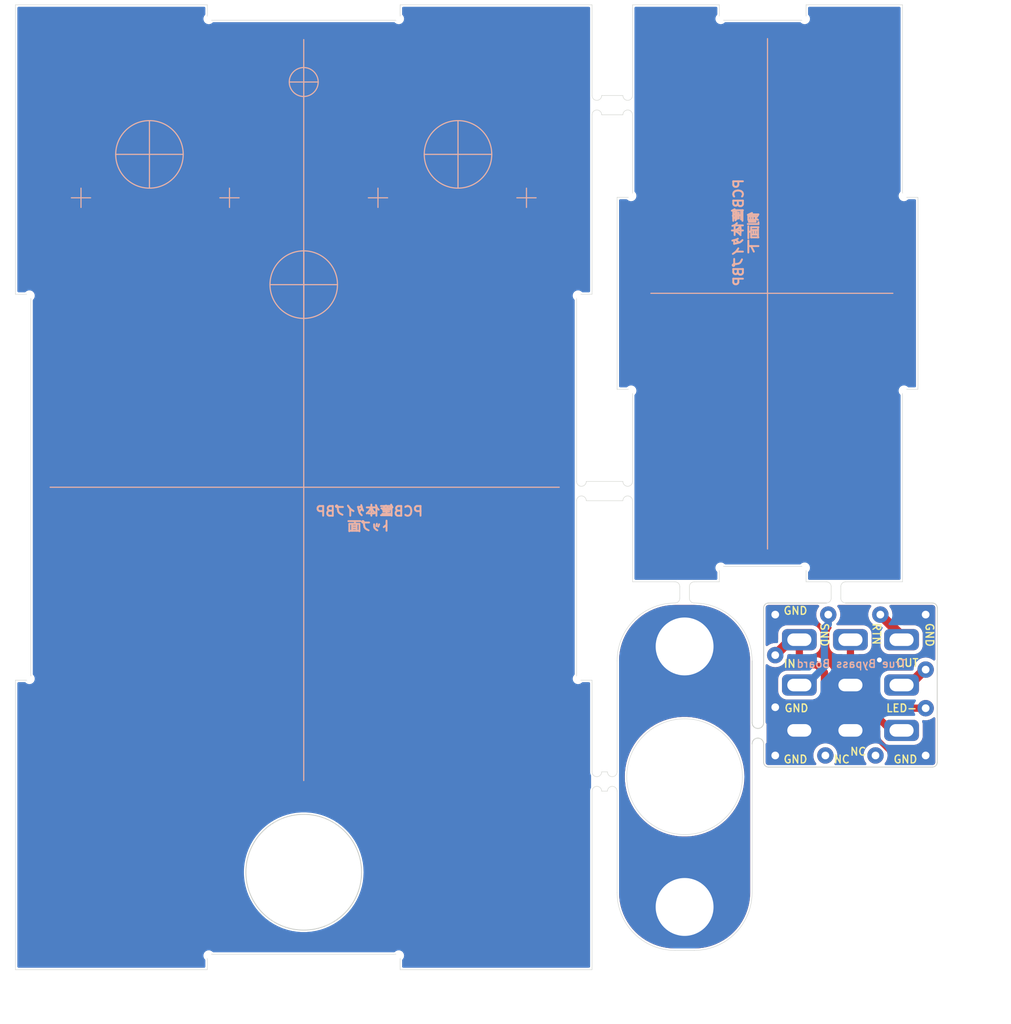
<source format=kicad_pcb>
(kicad_pcb (version 20221018) (generator pcbnew)
  (layers (0 "F.Cu" signal) (31 "B.Cu" signal) (34 "B.Paste" user) (35 "F.Paste" user) (36 "B.SilkS" user "B.Silkscreen") (37 "F.SilkS" user "F.Silkscreen") (38 "B.Mask" user) (39 "F.Mask" user) (44 "Edge.Cuts" user))
  (net 0 "")
  (net 1 "GND")
  (net 2 "Net-(J3-Pad1)")
  (net 3 "Net-(J1-Pad1)")
  (net 4 "Net-(J2-Pad1)")
  (net 5 "Net-(J4-Pad1)")
  (net 6 "Net-(J5-Pad1)")
  (footprint "myFoot:kado_maru" (layer "F.Cu") (at 64 -60.15 90)
    (fp_text reference "r" hide)
    (fp_text value "h" hide)
    (pad "" np_thru_hole circle (at -0.15 -0.15 90) (size 0.6 0.6) (drill 0.6) (layers "F&B.Cu" "*.Mask"))
  )
  (footprint "myFoot:kado_maru" (layer "F.Cu") (at 19.9 -1.6 180)
    (fp_text reference "r" hide)
    (fp_text value "h" hide)
    (pad "" np_thru_hole circle (at -0.15 -0.15 180) (size 0.6 0.6) (drill 0.6) (layers "F&B.Cu" "*.Mask"))
  )
  (footprint "myFoot:kado_maru" (layer "F.Cu") (at 64 -80.05)
    (fp_text reference "r" hide)
    (fp_text value "h" hide)
    (pad "" np_thru_hole circle (at -0.15 -0.15) (size 0.6 0.6) (drill 0.6) (layers "F&B.Cu" "*.Mask"))
  )
  (footprint "myFoot:my_SmallPad_0-8mmDrill" (layer "F.Cu") (at 89.2 -22.2)
    (fp_text reference "J8" hide)
    (fp_text value "NC" (at -1.8 -0.4) (layer "F.SilkS") (effects (font (size 0.8 0.8) (thickness 0.14))))
    (pad "1" thru_hole circle (at 0 0) (size 1.7 1.7) (drill 0.8) (layers "*.Cu" "*.Mask"))
  )
  (footprint "myFoot:my_SmallPad_0-8mmDrill" (layer "F.Cu") (at 84 -22.2)
    (fp_text reference "J8" hide)
    (fp_text value "NC" (at 1.7 0.4) (layer "F.SilkS") (effects (font (size 0.8 0.8) (thickness 0.14))))
    (pad "1" thru_hole circle (at 0 0) (size 1.7 1.7) (drill 0.8) (layers "*.Cu" "*.Mask"))
  )
  (footprint "myFoot:kado_maru" (layer "F.Cu") (at 73 -41.8 180)
    (fp_text reference "r" hide)
    (fp_text value "h" hide)
    (pad "" np_thru_hole circle (at -0.15 -0.15 180) (size 0.6 0.6) (drill 0.6) (layers "F&B.Cu" "*.Mask"))
  )
  (footprint "myFoot:my_SmallPad_0-8mmDrill" (layer "F.Cu") (at 94.4 -36.8)
    (fp_text reference "J9" hide)
    (fp_text value "GND" (at 0.4 2.1 270 unlocked) (layer "F.SilkS") (effects (font (size 0.8 0.8) (thickness 0.14))))
    (pad "1" thru_hole circle (at 0 0) (size 1.7 1.7) (drill 0.8) (layers "*.Cu" "*.Mask") (net 1 "GND"))
  )
  (footprint "MountingHole:MountingHole_5mm_Pad" (layer "F.Cu") (at 69.4 -6.5)
    (fp_text reference "REF**" hide)
    (fp_text value "m" hide)
    (pad "1" thru_hole circle (at 0 0) (size 8 8) (drill 6) (layers "*.Cu" "*.Mask") (net 1 "GND"))
  )
  (footprint "myFoot:my_SmallPad_0-8mmDrill" (layer "F.Cu") (at 94.4 -27.1)
    (fp_text reference "J5" hide)
    (fp_text value "LED-" (at -2.5 0) (layer "F.SilkS") (effects (font (size 0.8 0.8) (thickness 0.14))))
    (pad "1" thru_hole circle (at 0 0) (size 1.7 1.7) (drill 0.8) (layers "*.Cu" "*.Mask") (net 6 "Net-(J5-Pad1)"))
  )
  (footprint "myFoot:my_SmallPad_0-8mmDrill" (layer "F.Cu") (at 78.8 -27.2)
    (fp_text reference "J7" hide)
    (fp_text value "GND" (at 2.2 0.1) (layer "F.SilkS") (effects (font (size 0.8 0.8) (thickness 0.14))))
    (pad "1" thru_hole circle (at 0 0) (size 1.7 1.7) (drill 0.8) (layers "*.Cu" "*.Mask") (net 1 "GND"))
  )
  (footprint "myFoot:my_SmallPad_0-8mmDrill" (layer "F.Cu") (at 78.8 -22.2)
    (fp_text reference "J8" hide)
    (fp_text value "GND" (at 2.1 0.4) (layer "F.SilkS") (effects (font (size 0.8 0.8) (thickness 0.14))))
    (pad "1" thru_hole circle (at 0 0) (size 1.7 1.7) (drill 0.8) (layers "*.Cu" "*.Mask") (net 1 "GND"))
  )
  (footprint "myFoot:kado_maru" (layer "F.Cu") (at 58.2 -70 180)
    (fp_text reference "r" hide)
    (fp_text value "h" hide)
    (pad "" np_thru_hole circle (at -0.15 -0.15 180) (size 0.6 0.6) (drill 0.6) (layers "F&B.Cu" "*.Mask"))
  )
  (footprint "myFoot:kado_maru" (layer "F.Cu") (at 1.6 -30)
    (fp_text reference "r" hide)
    (fp_text value "h" hide)
    (pad "" np_thru_hole circle (at -0.15 -0.15) (size 0.6 0.6) (drill 0.6) (layers "F&B.Cu" "*.Mask"))
  )
  (footprint "myFoot:my_SmallPad_0-8mmDrill" (layer "F.Cu") (at 78.8 -32.6)
    (fp_text reference "J1" hide)
    (fp_text value "IN" (at 1.5 0.9) (layer "F.SilkS") (effects (font (size 0.8 0.8) (thickness 0.14))))
    (pad "1" thru_hole circle (at 0 0) (size 1.7 1.7) (drill 0.8) (layers "*.Cu" "*.Mask") (net 3 "Net-(J1-Pad1)"))
  )
  (footprint "myFoot:my_SmallPad_0-8mmDrill" (layer "F.Cu") (at 78.8 -36.8)
    (fp_text reference "J10" hide)
    (fp_text value "GND" (at 2.1 -0.4) (layer "F.SilkS") (effects (font (size 0.8 0.8) (thickness 0.14))))
    (pad "1" thru_hole circle (at 0 0) (size 1.7 1.7) (drill 0.8) (layers "*.Cu" "*.Mask") (net 1 "GND"))
  )
  (footprint "myFoot:kado_maru" (layer "F.Cu") (at 19.9 -98.4 -90)
    (fp_text reference "r" hide)
    (fp_text value "h" hide)
    (pad "" np_thru_hole circle (at -0.15 -0.15 270) (size 0.6 0.6) (drill 0.6) (layers "F&B.Cu" "*.Mask"))
  )
  (footprint "myFoot:kado_maru" (layer "F.Cu") (at 82 -41.8 90)
    (fp_text reference "r" hide)
    (fp_text value "h" hide)
    (pad "" np_thru_hole circle (at -0.15 -0.15 90) (size 0.6 0.6) (drill 0.6) (layers "F&B.Cu" "*.Mask"))
  )
  (footprint "myFoot:my_SmallPad_0-8mmDrill" (layer "F.Cu") (at 84.3 -36.8)
    (fp_text reference "J2" hide)
    (fp_text value "SND" (at -0.4 2.1 270 unlocked) (layer "F.SilkS") (effects (font (size 0.8 0.8) (thickness 0.14))))
    (pad "1" thru_hole circle (at 0 0) (size 1.7 1.7) (drill 0.8) (layers "*.Cu" "*.Mask") (net 4 "Net-(J2-Pad1)"))
  )
  (footprint "MountingHole:MountingHole_5mm_Pad" (layer "F.Cu") (at 69.4 -33.5)
    (fp_text reference "REF**" hide)
    (fp_text value "m" hide)
    (pad "1" thru_hole circle (at 0 0) (size 8 8) (drill 6) (layers "*.Cu" "*.Mask") (net 1 "GND"))
  )
  (footprint "myFoot:kado_maru" (layer "F.Cu") (at 73 -98.4 -90)
    (fp_text reference "r" hide)
    (fp_text value "h" hide)
    (pad "" np_thru_hole circle (at -0.15 -0.15 270) (size 0.6 0.6) (drill 0.6) (layers "F&B.Cu" "*.Mask"))
  )
  (footprint "myFoot:kado_maru" (layer "F.Cu") (at 1.6 -70 90)
    (fp_text reference "r" hide)
    (fp_text value "h" hide)
    (pad "" np_thru_hole circle (at -0.15 -0.15 90) (size 0.6 0.6) (drill 0.6) (layers "F&B.Cu" "*.Mask"))
  )
  (footprint "myFoot:kado_maru" (layer "F.Cu") (at 82 -98.4)
    (fp_text reference "r" hide)
    (fp_text value "h" hide)
    (pad "" np_thru_hole circle (at -0.15 -0.15) (size 0.6 0.6) (drill 0.6) (layers "F&B.Cu" "*.Mask"))
  )
  (footprint "myFoot:my_SmallPad_0-8mmDrill" (layer "F.Cu") (at 89.7 -36.8)
    (fp_text reference "J3" hide)
    (fp_text value "RTN" (at -0.4 2 270 unlocked) (layer "F.SilkS") (effects (font (size 0.8 0.8) (thickness 0.14))))
    (pad "1" thru_hole circle (at 0 0) (size 1.7 1.7) (drill 0.8) (layers "*.Cu" "*.Mask") (net 2 "Net-(J3-Pad1)"))
  )
  (footprint "myFoot:kado_maru" (layer "F.Cu") (at 92 -60.15 180)
    (fp_text reference "r" hide)
    (fp_text value "h" hide)
    (pad "" np_thru_hole circle (at -0.15 -0.15 180) (size 0.6 0.6) (drill 0.6) (layers "F&B.Cu" "*.Mask"))
  )
  (footprint "myFoot:kado_maru" (layer "F.Cu") (at 39.9 -1.6 90)
    (fp_text reference "r" hide)
    (fp_text value "h" hide)
    (pad "" np_thru_hole circle (at -0.15 -0.15 90) (size 0.6 0.6) (drill 0.6) (layers "F&B.Cu" "*.Mask"))
  )
  (footprint "myFoot:my_SmallPad_0-8mmDrill" (layer "F.Cu") (at 94.4 -31.1)
    (fp_text reference "J4" hide)
    (fp_text value "OUT" (at -1.9 -0.7) (layer "F.SilkS") (effects (font (size 0.8 0.8) (thickness 0.14))))
    (pad "1" thru_hole circle (at 0 0) (size 1.7 1.7) (drill 0.8) (layers "*.Cu" "*.Mask") (net 5 "Net-(J4-Pad1)"))
  )
  (footprint "myFoot:kado_maru" (layer "F.Cu") (at 92 -80.05 -90)
    (fp_text reference "r" hide)
    (fp_text value "h" hide)
    (pad "" np_thru_hole circle (at -0.15 -0.15 270) (size 0.6 0.6) (drill 0.6) (layers "F&B.Cu" "*.Mask"))
  )
  (footprint "myFoot:kado_maru" (layer "F.Cu") (at 58.2 -30 -90)
    (fp_text reference "r" hide)
    (fp_text value "h" hide)
    (pad "" np_thru_hole circle (at -0.15 -0.15 270) (size 0.6 0.6) (drill 0.6) (layers "F&B.Cu" "*.Mask"))
  )
  (footprint "myFoot:kado_maru" (layer "F.Cu") (at 39.9 -98.4)
    (fp_text reference "r" hide)
    (fp_text value "h" hide)
    (pad "" np_thru_hole circle (at -0.15 -0.15) (size 0.6 0.6) (drill 0.6) (layers "F&B.Cu" "*.Mask"))
  )
  (footprint "myFoot:my_SmallPad_0-8mmDrill" (layer "F.Cu") (at 94.4 -22.2)
    (fp_text reference "J6" hide)
    (fp_text value "GND" (at -2.1 0.4) (layer "F.SilkS") (effects (font (size 0.8 0.8) (thickness 0.14))))
    (pad "1" thru_hole circle (at 0 0) (size 1.7 1.7) (drill 0.8) (layers "*.Cu" "*.Mask") (net 1 "GND"))
  )
  (footprint "myFoot:my_pad_6-2mm" (layer "B.Cu") (at 64.7 -78.7 180)
    (fp_text reference "*" hide)
    (fp_text value "p" hide)
    (pad "1" smd circle (at 0 0 180) (size 0.5 0.5) (layers "B.Cu" "B.Mask") (net 1 "GND"))
    (pad "1" smd circle (at 0 0 180) (size 0.5 0.5) (layers "B.Cu" "B.Mask") (net 1 "GND"))
  )
  (footprint "myFoot:my_sw_3pdt" (layer "B.Cu") (at 86.6 -29.5 -90)
    (fp_text reference "SW1" hide)
    (fp_text value "SW_3PDT" hide)
    (pad "1" thru_hole roundrect (at -4.7 5.3 270) (size 2.2 3.6) (drill oval 1.3 2.5) (layers "*.Cu" "*.Mask") (net 3 "Net-(J1-Pad1)"))
    (pad "2" thru_hole roundrect (at 0 5.3 270) (size 2.2 3.6) (drill oval 1.3 2.5) (layers "*.Cu" "*.Mask") (net 4 "Net-(J2-Pad1)"))
    (pad "3" thru_hole roundrect (at 4.7 5.3 270) (size 2.2 3.6) (drill oval 1.3 2.5) (layers "*.Cu" "*.Mask") (net 1 "GND"))
    (pad "4" thru_hole roundrect (at -4.7 0 270) (size 2.2 3.6) (drill oval 1.3 2.5) (layers "*.Cu" "*.Mask") (net 6 "Net-(J5-Pad1)"))
    (pad "5" thru_hole roundrect (at 0 0 270) (size 2.2 3.6) (drill oval 1.3 2.5) (layers "*.Cu" "*.Mask") (net 1 "GND"))
    (pad "6" thru_hole roundrect (at 4.7 0 270) (size 2.2 3.6) (drill oval 1.3 2.5) (layers "*.Cu" "*.Mask") (net 1 "GND"))
    (pad "7" thru_hole roundrect (at -4.7 -5.3 270) (size 2.2 3.6) (drill oval 1.3 2.5) (layers "*.Cu" "*.Mask") (net 2 "Net-(J3-Pad1)"))
    (pad "8" thru_hole roundrect (at 0 -5.3 270) (size 2.2 3.6) (drill oval 1.3 2.5) (layers "*.Cu" "*.Mask") (net 5 "Net-(J4-Pad1)"))
    (pad "9" thru_hole roundrect (at 4.7 -5.3 270) (size 2.2 3.6) (drill oval 1.3 2.5) (layers "*.Cu" "*.Mask") (net 3 "Net-(J1-Pad1)"))
  )
  (footprint "myFoot:my_pad_6-2mm" (layer "B.Cu") (at 57.2 -69.7 180)
    (fp_text reference "*" hide)
    (fp_text value "p" hide)
    (pad "1" smd circle (at 0 0 180) (size 0.5 0.5) (layers "B.Cu" "B.Mask") (net 1 "GND"))
    (pad "1" smd circle (at 0 0 180) (size 0.5 0.5) (layers "B.Cu" "B.Mask") (net 1 "GND"))
  )
  (gr_circle (center 45.9 -84.5) (end 42.4 -84.5) (stroke (width 0.12)) (fill none) (layer "B.SilkS"))
  (gr_circle (center 29.9 -92) (end 31.4 -92) (stroke (width 0.12)) (fill none) (layer "B.SilkS"))
  (gr_line (start 36.6 -80) (end 38.6 -80) (stroke (width 0.12)) (layer "B.SilkS"))
  (gr_line (start 53 -81) (end 53 -79) (stroke (width 0.12)) (layer "B.SilkS"))
  (gr_line (start 78 -96.5) (end 78 -43.6) (stroke (width 0.12)) (layer "B.SilkS"))
  (gr_line (start 13.9 -88) (end 13.9 -81) (stroke (width 0.12)) (layer "B.SilkS"))
  (gr_line (start 21.2 -80) (end 23.2 -80) (stroke (width 0.12)) (layer "B.SilkS"))
  (gr_line (start 10.4 -84.5) (end 17.4 -84.5) (stroke (width 0.12)) (layer "B.SilkS"))
  (gr_line (start 28.4 -92) (end 31.4 -92) (stroke (width 0.12)) (layer "B.SilkS"))
  (gr_line (start 22.2 -81) (end 22.2 -79) (stroke (width 0.12)) (layer "B.SilkS"))
  (gr_line (start 26.4 -71) (end 33.4 -71) (stroke (width 0.12)) (layer "B.SilkS"))
  (gr_line (start 42.4 -84.5) (end 49.4 -84.5) (stroke (width 0.12)) (layer "B.SilkS"))
  (gr_line (start 29.9 -96.4) (end 29.9 -19.6) (stroke (width 0.12)) (layer "B.SilkS"))
  (gr_circle (center 29.9 -71) (end 26.4 -71) (stroke (width 0.12)) (fill none) (layer "B.SilkS"))
  (gr_line (start 5.8 -80) (end 7.8 -80) (stroke (width 0.12)) (layer "B.SilkS"))
  (gr_circle (center 13.9 -84.5) (end 10.4 -84.5) (stroke (width 0.12)) (fill none) (layer "B.SilkS"))
  (gr_line (start 52 -80) (end 54 -80) (stroke (width 0.12)) (layer "B.SilkS"))
  (gr_line (start 45.9 -88) (end 45.9 -81) (stroke (width 0.12)) (layer "B.SilkS"))
  (gr_line (start 37.6 -81) (end 37.6 -79) (stroke (width 0.12)) (layer "B.SilkS"))
  (gr_line (start 6.8 -81) (end 6.8 -79) (stroke (width 0.12)) (layer "B.SilkS"))
  (gr_line (start 65.9 -70.1) (end 91 -70.1) (stroke (width 0.12)) (layer "B.SilkS"))
  (gr_line (start 3.6 -50) (end 56.4 -50) (stroke (width 0.12)) (layer "B.SilkS"))
  (gr_line (start 29.9 -74.5) (end 29.9 -67.5) (stroke (width 0.12)) (layer "B.SilkS"))
  (gr_line (start 60.8 -20.5) (end 61.4 -20.499996) (stroke (width 0.05)) (layer "Edge.Cuts"))
  (gr_arc (start 63 -48.6) (mid 63.5 -49.1) (end 64 -48.6) (stroke (width 0.05)) (layer "Edge.Cuts"))
  (gr_line (start 86.1 -38) (end 95.1 -38) (stroke (width 0.1)) (layer "Edge.Cuts"))
  (gr_arc (start 77.6 -25.6) (mid 77 -25) (end 76.4 -25.6) (stroke (width 0.1)) (layer "Edge.Cuts"))
  (gr_arc (start 95.6 -21.5) (mid 95.453553 -21.146447) (end 95.1 -21) (stroke (width 0.1)) (layer "Edge.Cuts"))
  (gr_line (start 59.8 -88.6) (end 59.8 -70) (stroke (width 0.05)) (layer "Edge.Cuts"))
  (gr_line (start 58.2 -50.6) (end 58.2 -70) (stroke (width 0.05)) (layer "Edge.Cuts"))
  (gr_line (start 64 -50.6) (end 64 -60.15) (stroke (width 0.05)) (layer "Edge.Cuts"))
  (gr_line (start 92 -80.05) (end 93.6 -80.05) (stroke (width 0.05)) (layer "Edge.Cuts"))
  (gr_line (start 60.8 -90.6) (end 63 -90.6) (stroke (width 0.05)) (layer "Edge.Cuts"))
  (gr_arc (start 64 -50.6) (mid 63.5 -50.1) (end 63 -50.6) (stroke (width 0.05)) (layer "Edge.Cuts"))
  (gr_line (start 19.9 -1.6) (end 19.9 0) (stroke (width 0.05)) (layer "Edge.Cuts"))
  (gr_line (start 39.9 0) (end 59.8 0) (stroke (width 0.05)) (layer "Edge.Cuts"))
  (gr_line (start 84.601835 -38.499999) (end 84.601835 -39.699999) (stroke (width 0.05)) (layer "Edge.Cuts"))
  (gr_circle (center 29.9 -10.1) (end 35.9 -10.1) (stroke (width 0.1)) (fill none) (layer "Edge.Cuts"))
  (gr_arc (start 60.8 -20.5) (mid 60.3 -20) (end 59.8 -20.5) (stroke (width 0.05)) (layer "Edge.Cuts"))
  (gr_line (start 73 -100) (end 73 -98.4) (stroke (width 0.05)) (layer "Edge.Cuts"))
  (gr_line (start 68.901835 -38.499999) (end 68.901835 -39.699999) (stroke (width 0.05)) (layer "Edge.Cuts"))
  (gr_line (start 1.6 -70) (end 1.6 -30) (stroke (width 0.05)) (layer "Edge.Cuts"))
  (gr_line (start 68.401835 -40.199999) (end 64 -40.2) (stroke (width 0.05)) (layer "Edge.Cuts"))
  (gr_line (start 19.9 -1.6) (end 39.9 -1.6) (stroke (width 0.05)) (layer "Edge.Cuts"))
  (gr_line (start 19.9 -100) (end 19.9 -98.4) (stroke (width 0.05)) (layer "Edge.Cuts"))
  (gr_arc (start 68.401835 -40.199999) (mid 68.755401 -40.053546) (end 68.901835 -39.699999) (stroke (width 0.05)) (layer "Edge.Cuts"))
  (gr_arc (start 63 -88.6) (mid 63.5 -89.1) (end 64 -88.6) (stroke (width 0.05)) (layer "Edge.Cuts"))
  (gr_arc (start 60.8 -90.6) (mid 60.3 -90.1) (end 59.8 -90.6) (stroke (width 0.05)) (layer "Edge.Cuts"))
  (gr_line (start 59.8 -30) (end 59.8 -20.5) (stroke (width 0.05)) (layer "Edge.Cuts"))
  (gr_line (start 95.6 -21.5) (end 95.6 -37.5) (stroke (width 0.1)) (layer "Edge.Cuts"))
  (gr_line (start 39.9 -100) (end 39.9 -98.4) (stroke (width 0.05)) (layer "Edge.Cuts"))
  (gr_line (start 76.4 -32) (end 76.4 -25.6) (stroke (width 0.1)) (layer "Edge.Cuts"))
  (gr_arc (start 85.6 -39.7) (mid 85.746447 -40.053553) (end 86.1 -40.2) (stroke (width 0.05)) (layer "Edge.Cuts"))
  (gr_line (start 64 -100) (end 73 -100) (stroke (width 0.05)) (layer "Edge.Cuts"))
  (gr_line (start 70.4 -40.2) (end 73 -40.2) (stroke (width 0.05)) (layer "Edge.Cuts"))
  (gr_line (start 70.4 -2) (end 70.4 -2) (stroke (width 0.05)) (layer "Edge.Cuts"))
  (gr_line (start 92 -100) (end 92 -80.05) (stroke (width 0.05)) (layer "Edge.Cuts"))
  (gr_arc (start 58.2 -48.6) (mid 58.7 -49.1) (end 59.2 -48.6) (stroke (width 0.05)) (layer "Edge.Cuts"))
  (gr_line (start 64 -48.6) (end 64 -40.2) (stroke (width 0.05)) (layer "Edge.Cuts"))
  (gr_arc (start 76.4 -23.4) (mid 77 -24) (end 77.6 -23.4) (stroke (width 0.1)) (layer "Edge.Cuts"))
  (gr_arc (start 78.1 -21) (mid 77.746447 -21.146447) (end 77.6 -21.5) (stroke (width 0.1)) (layer "Edge.Cuts"))
  (gr_arc (start 77.6 -37.5) (mid 77.746447 -37.853553) (end 78.1 -38) (stroke (width 0.1)) (layer "Edge.Cuts"))
  (gr_line (start 69.9 -38.5) (end 69.9 -39.7) (stroke (width 0.05)) (layer "Edge.Cuts"))
  (gr_arc (start 68.901835 -38.499999) (mid 68.755384 -38.146469) (end 68.401835 -37.999999) (stroke (width 0.05)) (layer "Edge.Cuts"))
  (gr_line (start 82 -40.2) (end 82 -41.8) (stroke (width 0.05)) (layer "Edge.Cuts"))
  (gr_arc (start 84.101835 -40.199999) (mid 84.455401 -40.053546) (end 84.601835 -39.699999) (stroke (width 0.05)) (layer "Edge.Cuts"))
  (gr_line (start 62.4 -60.15) (end 62.4 -80.05) (stroke (width 0.05)) (layer "Edge.Cuts"))
  (gr_line (start 76.4 -8) (end 76.4 -23.4) (stroke (width 0.05)) (layer "Edge.Cuts"))
  (gr_line (start 60.8 -18.5) (end 61.4 -18.5) (stroke (width 0.05)) (layer "Edge.Cuts"))
  (gr_line (start 59.8 -30) (end 58.2 -30) (stroke (width 0.05)) (layer "Edge.Cuts"))
  (gr_arc (start 84.601835 -38.499999) (mid 84.455384 -38.146469) (end 84.101835 -37.999999) (stroke (width 0.05)) (layer "Edge.Cuts"))
  (gr_arc (start 61.4 -18.5) (mid 61.9 -19) (end 62.4 -18.5) (stroke (width 0.05)) (layer "Edge.Cuts"))
  (gr_line (start 1.6 -70) (end 0 -70) (stroke (width 0.05)) (layer "Edge.Cuts"))
  (gr_line (start 62.4 -18.5) (end 62.4 -8) (stroke (width 0.05)) (layer "Edge.Cuts"))
  (gr_line (start 59.8 -18.5) (end 59.8 0) (stroke (width 0.05)) (layer "Edge.Cuts"))
  (gr_line (start 62.4 -80.05) (end 64 -80.05) (stroke (width 0.05)) (layer "Edge.Cuts"))
  (gr_line (start 82 -100) (end 92 -100) (stroke (width 0.05)) (layer "Edge.Cuts"))
  (gr_line (start 19.9 -98.4) (end 39.9 -98.4) (stroke (width 0.05)) (layer "Edge.Cuts"))
  (gr_arc (start 69.9 -39.7) (mid 70.046447 -40.053553) (end 70.4 -40.2) (stroke (width 0.05)) (layer "Edge.Cuts"))
  (gr_line (start 59.8 -70) (end 58.2 -70) (stroke (width 0.05)) (layer "Edge.Cuts"))
  (gr_line (start 64 -90.6) (end 64 -100) (stroke (width 0.05)) (layer "Edge.Cuts"))
  (gr_line (start 84.101835 -37.999999) (end 78.1 -38) (stroke (width 0.1)) (layer "Edge.Cuts"))
  (gr_arc (start 62.4 -20.499996) (mid 61.9 -19.999996) (end 61.4 -20.499996) (stroke (width 0.05)) (layer "Edge.Cuts"))
  (gr_line (start 63 -48.6) (end 59.2 -48.6) (stroke (width 0.05)) (layer "Edge.Cuts"))
  (gr_line (start 77.6 -23.4) (end 77.6 -21.5) (stroke (width 0.1)) (layer "Edge.Cuts"))
  (gr_line (start 73 -98.4) (end 82 -98.4) (stroke (width 0.05)) (layer "Edge.Cuts"))
  (gr_arc (start 64 -90.6) (mid 63.5 -90.1) (end 63 -90.6) (stroke (width 0.05)) (layer "Edge.Cuts"))
  (gr_line (start 82 -98.4) (end 82 -100) (stroke (width 0.05)) (layer "Edge.Cuts"))
  (gr_line (start 1.6 -30) (end 0 -30) (stroke (width 0.05)) (layer "Edge.Cuts"))
  (gr_line (start 19.9 -100) (end 0 -100) (stroke (width 0.05)) (layer "Edge.Cuts"))
  (gr_arc (start 59.8 -88.6) (mid 60.3 -89.1) (end 60.8 -88.6) (stroke (width 0.05)) (layer "Edge.Cuts"))
  (gr_line (start 85.6 -38.5) (end 85.6 -39.7) (stroke (width 0.05)) (layer "Edge.Cuts"))
  (gr_arc (start 86.1 -38) (mid 85.746447 -38.146447) (end 85.6 -38.5) (stroke (width 0.05)) (layer "Edge.Cuts"))
  (gr_line (start 92 -60.15) (end 93.6 -60.15) (stroke (width 0.05)) (layer "Edge.Cuts"))
  (gr_line (start 0 -100) (end 0 -70) (stroke (width 0.05)) (layer "Edge.Cuts"))
  (gr_line (start 86.1 -40.2) (end 92 -40.2) (stroke (width 0.05)) (layer "Edge.Cuts"))
  (gr_line (start 58.2 -48.6) (end 58.2 -30) (stroke (width 0.05)) (layer "Edge.Cuts"))
  (gr_arc (start 59.2 -50.6) (mid 58.7 -50.1) (end 58.2 -50.6) (stroke (width 0.05)) (layer "Edge.Cuts"))
  (gr_line (start 73 -41.8) (end 73 -40.2) (stroke (width 0.05)) (layer "Edge.Cuts"))
  (gr_arc (start 70.4 -38) (mid 74.642641 -36.242641) (end 76.4 -32) (stroke (width 0.05)) (layer "Edge.Cuts"))
  (gr_line (start 0 0) (end 19.9 0) (stroke (width 0.05)) (layer "Edge.Cuts"))
  (gr_line (start 59.8 -100) (end 39.9 -100) (stroke (width 0.05)) (layer "Edge.Cuts"))
  (gr_line (start 92 -60.15) (end 92 -40.2) (stroke (width 0.05)) (layer "Edge.Cuts"))
  (gr_line (start 63 -88.6) (end 60.8 -88.6) (stroke (width 0.05)) (layer "Edge.Cuts"))
  (gr_arc (start 59.8 -18.5) (mid 60.3 -19) (end 60.8 -18.5) (stroke (width 0.05)) (layer "Edge.Cuts"))
  (gr_arc (start 76.4 -8) (mid 74.642641 -3.757359) (end 70.4 -2) (stroke (width 0.05)) (layer "Edge.Cuts"))
  (gr_line (start 77.6 -37.5) (end 77.6 -25.6) (stroke (width 0.1)) (layer "Edge.Cuts"))
  (gr_line (start 64 -88.6) (end 64 -80.05) (stroke (width 0.05)) (layer "Edge.Cuts"))
  (gr_line (start 73 -41.8) (end 82 -41.8) (stroke (width 0.05)) (layer "Edge.Cuts"))
  (gr_line (start 78.1 -21) (end 95.1 -21) (stroke (width 0.1)) (layer "Edge.Cuts"))
  (gr_line (start 59.2 -50.6) (end 63 -50.6) (stroke (width 0.05)) (layer "Edge.Cuts"))
  (gr_line (start 0 0) (end 0 -30) (stroke (width 0.05)) (layer "Edge.Cuts"))
  (gr_arc (start 62.4 -32) (mid 64.158008 -36.243289) (end 68.401835 -37.999999) (stroke (width 0.05)) (layer "Edge.Cuts"))
  (gr_line (start 93.6 -80.05) (end 93.6 -60.15) (stroke (width 0.05)) (layer "Edge.Cuts"))
  (gr_line (start 62.4 -20.499996) (end 62.4 -32) (stroke (width 0.05)) (layer "Edge.Cuts"))
  (gr_line (start 39.9 -1.6) (end 39.9 0) (stroke (width 0.05)) (layer "Edge.Cuts"))
  (gr_line (start 59.8 -90.6) (end 59.8 -100) (stroke (width 0.05)) (layer "Edge.Cuts"))
  (gr_line (start 68.4 -2) (end 70.4 -2) (stroke (width 0.05)) (layer "Edge.Cuts"))
  (gr_arc (start 70.4 -38) (mid 70.046447 -38.146447) (end 69.9 -38.5) (stroke (width 0.05)) (layer "Edge.Cuts"))
  (gr_line (start 62.4 -60.15) (end 64 -60.15) (stroke (width 0.05)) (layer "Edge.Cuts"))
  (gr_circle (center 69.4 -20) (end 75.4 -20) (stroke (width 0.05)) (fill none) (layer "Edge.Cuts"))
  (gr_line (start 84.101835 -40.199999) (end 82 -40.2) (stroke (width 0.05)) (layer "Edge.Cuts"))
  (gr_arc (start 68.4 -2) (mid 64.157359 -3.757359) (end 62.4 -8) (stroke (width 0.05)) (layer "Edge.Cuts"))
  (gr_arc (start 95.1 -38) (mid 95.453553 -37.853553) (end 95.6 -37.5) (stroke (width 0.1)) (layer "Edge.Cuts"))
  (gr_text "PCB筐体タイプBP\nトップ面" (at 36.7 -46.7) (layer "B.SilkS") (effects (font (size 1 1) (thickness 0.2) bold) (justify mirror)))
  (gr_text "True Bypass Board" (at 86.7 -31.7) (layer "B.SilkS") (effects (font (size 0.8 0.8) (thickness 0.14)) (justify mirror)))
  (gr_text "PCB筐体タイプBP\n側面下" (at 75.8 -76.4 90) (layer "B.SilkS") (effects (font (size 1 1) (thickness 0.2) bold) (justify mirror)))
  (segment (start 86.6 -24.8) (end 88.5 -24.8) (width 0.5) (layer "F.Cu") (net 1))
  (segment (start 91.1 -22.2) (end 94.4 -22.2) (width 0.5) (layer "F.Cu") (net 1))
  (segment (start 83.9 -35.1) (end 83.9 -32.7) (width 0.5) (layer "F.Cu") (net 1))
  (segment (start 83.9 -32.7) (end 86.6 -30) (width 0.5) (layer "F.Cu") (net 1))
  (segment (start 82.2 -36.8) (end 83.9 -35.1) (width 0.5) (layer "F.Cu") (net 1))
  (segment (start 78.8 -36.8) (end 82.2 -36.8) (width 0.5) (layer "F.Cu") (net 1))
  (segment (start 88.5 -24.8) (end 91.1 -22.2) (width 0.5) (layer "F.Cu") (net 1))
  (segment (start 86.6 -30) (end 86.6 -29.5) (width 0.5) (layer "F.Cu") (net 1))
  (via (at 89.6 -32.1) (size 1) (drill 0.5) (layers "F.Cu" "B.Cu") (net 1))
  (segment (start 93.3 -32.1) (end 89.6 -32.1) (width 0.5) (layer "B.Cu") (net 1))
  (segment (start 87 -29.5) (end 89.6 -32.1) (width 1.5) (layer "B.Cu") (net 1))
  (segment (start 94.4 -36.8) (end 94.4 -33.2) (width 0.5) (layer "B.Cu") (net 1))
  (segment (start 86.6 -29.5) (end 87 -29.5) (width 1.5) (layer "B.Cu") (net 1))
  (segment (start 94.4 -33.2) (end 93.3 -32.1) (width 0.5) (layer "B.Cu") (net 1))
  (segment (start 91.9 -34.6) (end 91.9 -34.2) (width 1) (layer "F.Cu") (net 2))
  (segment (start 89.7 -36.8) (end 91.9 -34.6) (width 1) (layer "F.Cu") (net 2))
  (segment (start 78.8 -32.6) (end 80.4 -34.2) (width 1) (layer "F.Cu") (net 3))
  (segment (start 84.9 -26.7) (end 88.9 -26.7) (width 0.75) (layer "F.Cu") (net 3))
  (segment (start 83.9 -30.8) (end 83.9 -27.7) (width 0.75) (layer "F.Cu") (net 3))
  (segment (start 81.3 -32.5) (end 82.2 -31.6) (width 0.75) (layer "F.Cu") (net 3))
  (segment (start 80.4 -34.2) (end 81.3 -34.2) (width 1) (layer "F.Cu") (net 3))
  (segment (start 82.2 -31.6) (end 83.1 -31.6) (width 0.75) (layer "F.Cu") (net 3))
  (segment (start 90.8 -24.8) (end 91.9 -24.8) (width 0.75) (layer "F.Cu") (net 3))
  (segment (start 88.9 -26.7) (end 90.8 -24.8) (width 0.75) (layer "F.Cu") (net 3))
  (segment (start 83.9 -27.7) (end 84.9 -26.7) (width 0.75) (layer "F.Cu") (net 3))
  (segment (start 81.3 -34.2) (end 81.3 -32.5) (width 0.75) (layer "F.Cu") (net 3))
  (segment (start 83.1 -31.6) (end 83.9 -30.8) (width 0.75) (layer "F.Cu") (net 3))
  (segment (start 83.9 -35.4) (end 83.9 -31.4) (width 0.75) (layer "B.Cu") (net 4))
  (segment (start 84.3 -36.8) (end 84.3 -35.8) (width 0.75) (layer "B.Cu") (net 4))
  (segment (start 84.3 -35.8) (end 83.9 -35.4) (width 0.75) (layer "B.Cu") (net 4))
  (segment (start 83.9 -31.4) (end 82 -29.5) (width 0.75) (layer "B.Cu") (net 4))
  (segment (start 82 -29.5) (end 81.3 -29.5) (width 0.75) (layer "B.Cu") (net 4))
  (segment (start 92.7 -29.5) (end 91.9 -29.5) (width 1) (layer "F.Cu") (net 5))
  (segment (start 94.3 -31.1) (end 92.7 -29.5) (width 1) (layer "F.Cu") (net 5))
  (segment (start 94.4 -31.1) (end 94.3 -31.1) (width 1) (layer "F.Cu") (net 5))
  (segment (start 90.3 -27.1) (end 94.4 -27.1) (width 0.75) (layer "F.Cu") (net 6))
  (segment (start 88.3 -31.4) (end 89.2 -30.5) (width 0.75) (layer "F.Cu") (net 6))
  (segment (start 86.6 -32.1) (end 87.3 -31.4) (width 0.75) (layer "F.Cu") (net 6))
  (segment (start 89.2 -28.2) (end 90.3 -27.1) (width 0.75) (layer "F.Cu") (net 6))
  (segment (start 89.2 -30.5) (end 89.2 -28.2) (width 0.75) (layer "F.Cu") (net 6))
  (segment (start 86.6 -34.2) (end 86.6 -32.1) (width 0.75) (layer "F.Cu") (net 6))
  (segment (start 87.3 -31.4) (end 88.3 -31.4) (width 0.75) (layer "F.Cu") (net 6))
  (zone (net 1) (net_name "GND") (layer "F.Cu") (connect_pads yes (clearance 0.4)) (min_thickness 0.25) (fill yes (thermal_gap 0.508) (thermal_bridge_width 0.508))
    (polygon (pts (xy 95.6 -21) (xy 77.6 -21) (xy 77.6 -38) (xy 95.6 -38)))
  )
  (zone (net 1) (net_name "GND") (layer "F.Cu") (connect_pads yes (clearance 0.25)) (min_thickness 0.25) (fill yes (thermal_gap 0.508) (thermal_bridge_width 0.508))
    (polygon (pts (xy 76.5 -1.9) (xy 62.4 -2) (xy 62.4 -38) (xy 76.4 -37.9)))
  )
  (zone (net 0) (net_name "") (layers "F&B.Cu") (connect_pads yes (clearance 0)) (min_thickness 0.25)
    (keepout (tracks not_allowed) (vias not_allowed) (pads not_allowed) (copperpour not_allowed) (footprints allowed))
    (fill (thermal_gap 0.508) (thermal_bridge_width 0.508))
    (polygon (pts (xy 86.7 -37.8) (xy 83.7 -37.8) (xy 83.7 -40.4) (xy 86.7 -40.4)))
  )
  (zone (net 0) (net_name "") (layers "F&B.Cu") (connect_pads yes (clearance 0)) (min_thickness 0.25)
    (keepout (tracks not_allowed) (vias not_allowed) (pads not_allowed) (copperpour not_allowed) (footprints allowed))
    (fill (thermal_gap 0.508) (thermal_bridge_width 0.508))
    (polygon (pts (xy 64.2 -88.2) (xy 59.6 -88.2) (xy 59.6 -91.2) (xy 64.2 -91.2)))
  )
  (zone (net 0) (net_name "") (layers "F&B.Cu") (connect_pads yes (clearance 0)) (min_thickness 0.25)
    (keepout (tracks not_allowed) (vias not_allowed) (pads not_allowed) (copperpour not_allowed) (footprints allowed))
    (fill (thermal_gap 0.508) (thermal_bridge_width 0.508))
    (polygon (pts (xy 71 -37.8) (xy 68 -37.8) (xy 68 -40.4) (xy 71 -40.4)))
  )
  (zone (net 0) (net_name "") (layers "F&B.Cu") (connect_pads yes (clearance 0)) (min_thickness 0.25)
    (keepout (tracks not_allowed) (vias not_allowed) (pads not_allowed) (copperpour not_allowed) (footprints allowed))
    (fill (thermal_gap 0.508) (thermal_bridge_width 0.508))
    (polygon (pts (xy 62.6 -18.3) (xy 59.7 -18.3) (xy 59.7 -20.9) (xy 62.6 -20.9)))
  )
  (zone (net 0) (net_name "") (layers "F&B.Cu") (connect_pads yes (clearance 0)) (min_thickness 0.25)
    (keepout (tracks not_allowed) (vias not_allowed) (pads not_allowed) (copperpour not_allowed) (footprints allowed))
    (fill (thermal_gap 0.508) (thermal_bridge_width 0.508))
    (polygon (pts (xy 64.2 -48.2) (xy 58 -48.2) (xy 58 -51.2) (xy 64.2 -51.2)))
  )
  (zone (net 0) (net_name "") (layers "F&B.Cu") (connect_pads (clearance 0)) (min_thickness 0.254)
    (keepout (tracks allowed) (vias allowed) (pads allowed) (copperpour not_allowed) (footprints allowed))
    (fill (thermal_gap 0.5) (thermal_bridge_width 1))
    (polygon (pts (xy 77.9 -23.5) (xy 76.2 -23.5) (xy 76.2 -25.5) (xy 77.9 -25.5)))
  )
  (zone (net 1) (net_name "GND") (layer "B.Cu") (connect_pads yes (clearance 0.4)) (min_thickness 0.25) (fill yes (thermal_gap 0.508) (thermal_bridge_width 0.508))
    (polygon (pts (xy 95.6 -21) (xy 77.6 -21) (xy 77.6 -38) (xy 95.6 -38)))
  )
  (zone (net 1) (net_name "GND") (layer "B.Cu") (connect_pads yes (clearance 0.25)) (min_thickness 0.25) (fill yes (thermal_gap 0.508) (thermal_bridge_width 0.508))
    (polygon (pts (xy 100.4 -39) (xy 77 -39) (xy 77 1.5) (xy -1.6 1.5) (xy -1.6 -100.5) (xy 100.4 -100.5)))
  )
)
</source>
